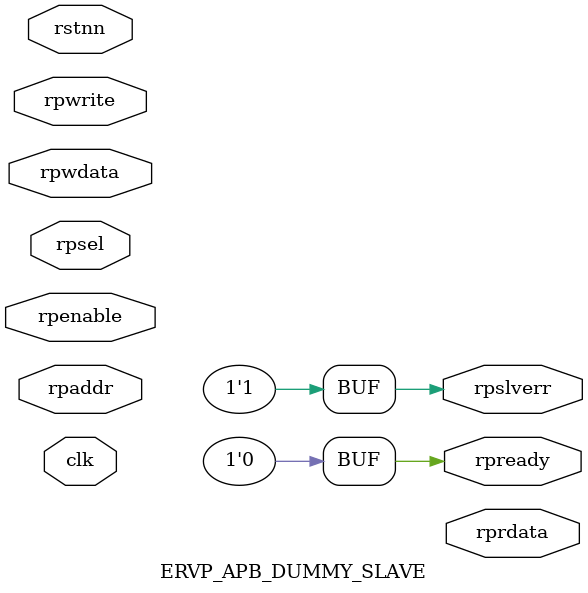
<source format=v>

`include "ervp_global.vh"

module ERVP_APB_DUMMY_SLAVE
(
	clk,
	rstnn,

	rpsel,
	rpenable,
	rpaddr,
	rpwrite,
	rpwdata,
	rprdata,
	rpready,
	rpslverr
);

parameter BW_ADDR = 32;
parameter BW_DATA = 32;
parameter READY = 0;
parameter ERROR = 1;

input wire clk;
input wire rstnn;

input wire rpsel;
input wire rpenable;
input wire [BW_ADDR-1:0] rpaddr;
input wire rpwrite;
input wire [BW_DATA-1:0] rpwdata;
output wire [BW_DATA-1:0] rprdata;
output wire rpready;
output wire rpslverr;

assign rpready = READY;
assign rpslverr = ERROR;

endmodule

</source>
